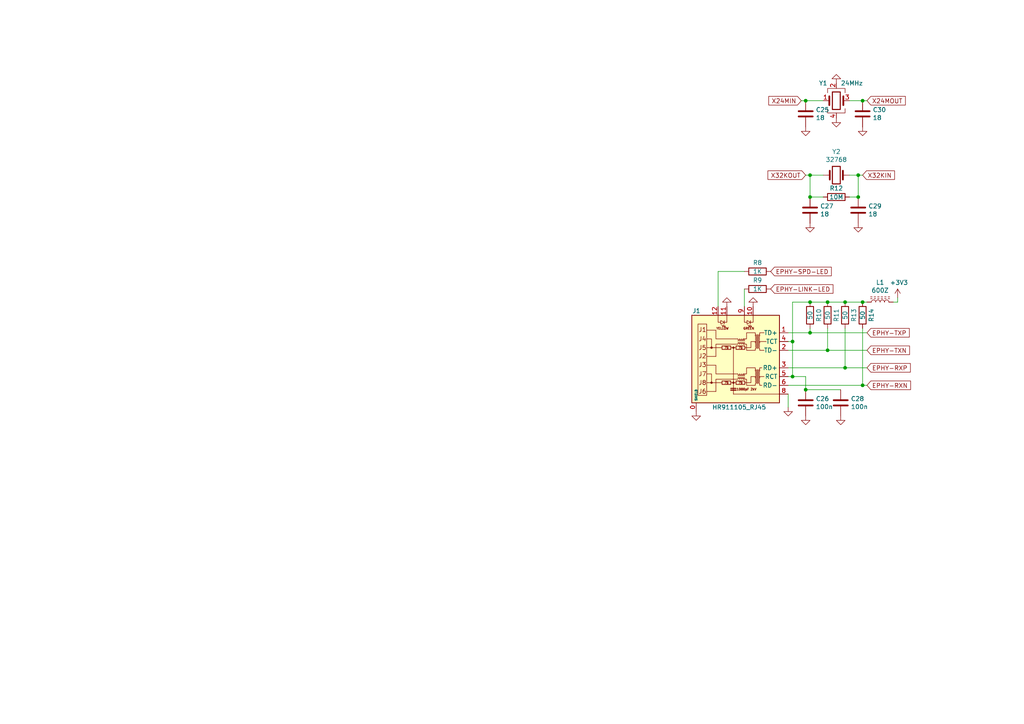
<source format=kicad_sch>
(kicad_sch (version 20231120) (generator "eeschema") (generator_version "8.0")
  (paper "A4")
  (lib_symbols
    (symbol "Device:C" (pin_numbers hide) (pin_names (offset 0.254))
      (property "Reference" "C" (at 0.635 2.54 0))
      (property "Value" "C" (at 0.635 -2.54 0))
      (symbol "C_0_1"
        (polyline (pts (xy -2.032 -0.762) (xy 2.032 -0.762)) (stroke (width 0.508)))
        (polyline (pts (xy -2.032 0.762) (xy 2.032 0.762)) (stroke (width 0.508)))
      )
      (symbol "C_1_1"
        (pin passive line (at 0 3.81 270) (length 2.794) (name "~") (number "1"))
        (pin passive line (at 0 -3.81 90) (length 2.794) (name "~") (number "2"))
      )
    )
    (symbol "Device:Crystal" (pin_numbers hide) (pin_names (offset 1.016) hide)
      (property "Reference" "Y" (at 0 3.81 0))
      (property "Value" "Crystal" (at 0 -3.81 0))
      (symbol "Crystal_0_1"
        (rectangle (start -1.143 2.54) (end 1.143 -2.54) (stroke (width 0.3048)))
        (polyline (pts (xy -2.54 0) (xy -1.905 0)))
        (polyline (pts (xy -1.905 -1.27) (xy -1.905 1.27)) (stroke (width 0.508)))
        (polyline (pts (xy 1.905 -1.27) (xy 1.905 1.27)) (stroke (width 0.508)))
        (polyline (pts (xy 2.54 0) (xy 1.905 0)))
      )
      (symbol "Crystal_1_1"
        (pin passive line (at -3.81 0 0) (length 1.27) (name "1") (number "1"))
        (pin passive line (at 3.81 0 180) (length 1.27) (name "2") (number "2"))
      )
    )
    (symbol "Device:Crystal_GND24" (pin_names (offset 1.016) hide)
      (property "Reference" "Y" (at 3.175 5.08 0))
      (property "Value" "Crystal_GND24" (at 3.175 3.175 0))
      (symbol "Crystal_GND24_0_1"
        (rectangle (start -1.143 2.54) (end 1.143 -2.54) (stroke (width 0.3048)))
        (polyline (pts (xy -2.54 0) (xy -2.032 0)))
        (polyline (pts (xy -2.032 -1.27) (xy -2.032 1.27)) (stroke (width 0.508)))
        (polyline (pts (xy 0 -3.81) (xy 0 -3.556)))
        (polyline (pts (xy 0 3.556) (xy 0 3.81)))
        (polyline (pts (xy 2.032 -1.27) (xy 2.032 1.27)) (stroke (width 0.508)))
        (polyline (pts (xy 2.032 0) (xy 2.54 0)))
        (polyline (pts (xy -2.54 -2.286) (xy -2.54 -3.556) (xy 2.54 -3.556) (xy 2.54 -2.286)))
        (polyline (pts (xy -2.54 2.286) (xy -2.54 3.556) (xy 2.54 3.556) (xy 2.54 2.286)))
      )
      (symbol "Crystal_GND24_1_1"
        (pin passive line (at -3.81 0 0) (length 1.27) (name "1") (number "1"))
        (pin passive line (at 0 5.08 270) (length 1.27) (name "2") (number "2"))
        (pin passive line (at 3.81 0 180) (length 1.27) (name "3") (number "3"))
        (pin passive line (at 0 -5.08 90) (length 1.27) (name "4") (number "4"))
      )
    )
    (symbol "Device:R" (pin_numbers hide) (pin_names (offset 0))
      (property "Reference" "R" (at 2.032 0 90))
      (property "Value" "R" (at 0 0 90))
      (symbol "R_0_1"
        (rectangle (start -1.016 -2.54) (end 1.016 2.54) (stroke (width 0.254)))
      )
      (symbol "R_1_1"
        (pin passive line (at 0 3.81 270) (length 1.27) (name "~") (number "1"))
        (pin passive line (at 0 -3.81 90) (length 1.27) (name "~") (number "2"))
      )
    )
    (symbol "balmer_allwinner_v3s_v2-rescue:+3V3-power" (power) (pin_names (offset 0))
      (property "Value" "power_+3V3" (at 0 3.556 0))
      (symbol "+3V3-power_0_1"
        (polyline (pts (xy -0.762 1.27) (xy 0 2.54)))
        (polyline (pts (xy 0 0) (xy 0 2.54)))
        (polyline (pts (xy 0 2.54) (xy 0.762 1.27)))
      )
      (symbol "+3V3-power_1_1"
        (pin power_in line (at 0 0 90) (length 0) hide (name "+3V3") (number "1"))
      )
    )
    (symbol "balmer_allwinner_v3s_v2-rescue:GND-power" (power) (pin_names (offset 0))
      (property "Value" "power_GND" (at 0 -3.81 0))
      (symbol "GND-power_0_1"
        (polyline (pts (xy 0 0) (xy 0 -1.27) (xy 1.27 -1.27) (xy 0 -2.54) (xy -1.27 -1.27) (xy 0 -1.27)))
      )
      (symbol "GND-power_1_1"
        (pin power_in line (at 0 0 270) (length 0) hide (name "GND") (number "1"))
      )
    )
    (symbol "balmer_allwinner_v3s_v2-rescue:HR911105_RJ45-hr911105_rj45"
      (property "Reference" "J" (at 12.7 13.97 0))
      (property "Value" "hr911105_rj45_HR911105_RJ45" (at -1.27 -13.97 0))
      (symbol "HR911105_RJ45-hr911105_rj45_0_0"
        (rectangle (start -12.7 12.7) (end 12.7 -12.7) (stroke (width 0.254)) (fill (type background)))
        (polyline (pts (xy -3.937 -6.858) (xy -8.255 -6.858)))
        (polyline (pts (xy -3.937 3.302) (xy -8.255 3.302)))
        (polyline (pts (xy -0.635 -10.16) (xy 12.7 -10.16)))
        (polyline (pts (xy 8.255 -5.08) (xy 6.985 -5.08)))
        (polyline (pts (xy 8.89 5.08) (xy 6.985 5.08)))
        (polyline (pts (xy 0.635 -4.318) (xy -5.715 -4.318) (xy -5.715 -1.778) (xy -8.255 -1.778)))
        (polyline (pts (xy 0.635 5.842) (xy -5.715 5.842) (xy -5.715 8.382) (xy -8.255 8.382)))
        (polyline (pts (xy 2.667 -6.858) (xy 4.445 -6.858) (xy 4.445 -5.08) (xy 5.715 -5.08)))
        (polyline (pts (xy 2.667 3.302) (xy 4.445 3.302) (xy 4.445 5.08) (xy 5.715 5.08)))
        (text "1000pF 2kV" (at 3.175 -8.763 0) (effects (font (size 0.635 0.635))))
        (text "75" (at -2.667 -6.858 0) (effects (font (size 0.635 0.635))))
        (text "75" (at -2.667 3.302 0) (effects (font (size 0.635 0.635))))
        (text "75" (at 1.397 -6.858 0) (effects (font (size 0.635 0.635))))
        (text "75" (at 1.397 3.302 0) (effects (font (size 0.635 0.635))))
        (text "GREEN" (at 3.81 8.89 0) (effects (font (size 0.635 0.635))))
        (text "J1" (at -10.795 8.509 0) (effects (font (size 1.27 1.27)) (justify left)))
        (text "J2" (at -10.795 0.889 0) (effects (font (size 1.27 1.27)) (justify left)))
        (text "J3" (at -10.795 -1.651 0) (effects (font (size 1.27 1.27)) (justify left)))
        (text "J4" (at -10.795 5.842 0) (effects (font (size 1.27 1.27)) (justify left)))
        (text "J5" (at -10.795 3.302 0) (effects (font (size 1.27 1.27)) (justify left)))
        (text "J6" (at -10.795 -9.398 0) (effects (font (size 1.27 1.27)) (justify left)))
        (text "J7" (at -10.795 -4.318 0) (effects (font (size 1.27 1.27)) (justify left)))
        (text "J8" (at -10.795 -6.858 0) (effects (font (size 1.27 1.27)) (justify left)))
        (text "YELLOW" (at -3.81 8.89 0) (effects (font (size 0.635 0.635))))
      )
      (symbol "HR911105_RJ45-hr911105_rj45_0_1"
        (rectangle (start -8.382 -10.541) (end -10.922 10.16))
        (circle (center -6.985 -6.858) (radius 0.254) (fill (type outline)))
        (circle (center -6.985 3.302) (radius 0.254) (fill (type outline)))
        (rectangle (start -3.937 -7.366) (end -1.397 -6.35) (stroke (width 0.2032)))
        (rectangle (start -3.937 2.794) (end -1.397 3.81) (stroke (width 0.2032)))
        (circle (center -0.635 -6.858) (radius 0.254) (fill (type outline)))
        (circle (center -0.635 3.302) (radius 0.254) (fill (type outline)))
        (polyline (pts (xy -5.715 -9.398) (xy -8.255 -9.398)))
        (polyline (pts (xy -5.715 0.762) (xy -8.255 0.762)))
        (polyline (pts (xy -3.556 9.398) (xy -4.064 9.906)))
        (polyline (pts (xy -3.302 11.176) (xy -3.302 10.16)))
        (polyline (pts (xy -3.048 9.398) (xy -3.556 9.906)))
        (polyline (pts (xy -1.397 -9.017) (xy 0.127 -9.017)) (stroke (width 0.3302)))
        (polyline (pts (xy -1.397 -8.509) (xy 0.127 -8.509)) (stroke (width 0.3048)))
        (polyline (pts (xy -0.635 3.302) (xy -1.397 3.302)))
        (polyline (pts (xy 0.127 -6.858) (xy -1.397 -6.858)))
        (polyline (pts (xy 0.635 -5.334) (xy 2.667 -5.334)))
        (polyline (pts (xy 0.635 4.826) (xy 2.667 4.826)))
        (polyline (pts (xy 2.667 -4.826) (xy 0.635 -4.826)))
        (polyline (pts (xy 2.667 5.334) (xy 0.635 5.334)))
        (polyline (pts (xy 4.064 9.398) (xy 3.556 9.906)))
        (polyline (pts (xy 4.318 11.176) (xy 4.318 10.16)))
        (polyline (pts (xy 4.572 9.398) (xy 4.064 9.906)))
        (polyline (pts (xy 6.223 -3.048) (xy 6.223 -7.112)))
        (polyline (pts (xy 6.223 7.112) (xy 6.223 3.048)))
        (polyline (pts (xy 6.477 -7.112) (xy 6.477 -3.048)))
        (polyline (pts (xy 6.477 3.048) (xy 6.477 7.112)))
        (polyline (pts (xy -6.985 -6.858) (xy -6.985 -4.318) (xy -8.255 -4.318)))
        (polyline (pts (xy -6.985 3.302) (xy -6.985 5.842) (xy -8.255 5.842)))
        (polyline (pts (xy -5.08 12.7) (xy -5.08 10.668) (xy -4.318 10.668)))
        (polyline (pts (xy -3.556 9.652) (xy -3.556 9.398) (xy -3.81 9.398)))
        (polyline (pts (xy -3.048 9.652) (xy -3.048 9.398) (xy -3.302 9.398)))
        (polyline (pts (xy -2.54 12.7) (xy -2.54 10.668) (xy -3.302 10.668)))
        (polyline (pts (xy -0.635 -10.16) (xy -0.635 3.302) (xy 0 3.302)))
        (polyline (pts (xy 0.635 -5.842) (xy -5.715 -5.842) (xy -5.715 -9.398)))
        (polyline (pts (xy 0.635 4.318) (xy -5.715 4.318) (xy -5.715 0.762)))
        (polyline (pts (xy 2.54 12.7) (xy 2.54 10.668) (xy 3.302 10.668)))
        (polyline (pts (xy 4.064 9.652) (xy 4.064 9.398) (xy 3.81 9.398)))
        (polyline (pts (xy 4.572 9.652) (xy 4.572 9.398) (xy 4.318 9.398)))
        (polyline (pts (xy 5.08 12.7) (xy 5.08 10.668) (xy 4.318 10.668)))
        (polyline (pts (xy 6.985 -7.112) (xy 6.985 -7.62) (xy 7.62 -7.62)))
        (polyline (pts (xy 6.985 -3.048) (xy 6.985 -2.54) (xy 7.62 -2.54)))
        (polyline (pts (xy 6.985 3.048) (xy 6.985 2.54) (xy 8.255 2.54)))
        (polyline (pts (xy 6.985 7.112) (xy 6.985 7.62) (xy 8.255 7.62)))
        (polyline (pts (xy -3.302 10.668) (xy -4.318 11.176) (xy -4.318 10.16) (xy -3.302 10.668)))
        (polyline (pts (xy 4.318 10.668) (xy 3.302 11.176) (xy 3.302 10.16) (xy 4.318 10.668)))
        (polyline (pts (xy 2.667 -4.318) (xy 3.175 -4.318) (xy 3.175 -2.54) (xy 5.715 -2.54) (xy 5.715 -3.048)))
        (polyline (pts (xy 2.667 5.842) (xy 3.175 5.842) (xy 3.175 7.62) (xy 5.715 7.62) (xy 5.715 7.112)))
        (polyline (pts (xy 5.715 -7.112) (xy 5.715 -7.62) (xy 3.175 -7.62) (xy 3.175 -5.842) (xy 2.667 -5.842)))
        (polyline (pts (xy 5.715 3.048) (xy 5.715 2.54) (xy 3.175 2.54) (xy 3.175 4.318) (xy 2.667 4.318)))
        (rectangle (start 0.127 -7.366) (end 2.667 -6.35) (stroke (width 0.2032)))
        (rectangle (start 0.127 2.794) (end 2.667 3.81) (stroke (width 0.2032)))
        (arc (start 0.635 -4.318) (mid 0.889 -4.572) (end 1.143 -4.318))
        (arc (start 0.635 5.842) (mid 0.889 5.588) (end 1.143 5.842))
        (arc (start 1.143 -5.842) (mid 0.889 -5.588) (end 0.635 -5.842))
        (arc (start 1.143 -4.318) (mid 1.397 -4.572) (end 1.651 -4.318))
        (arc (start 1.143 4.318) (mid 0.889 4.572) (end 0.635 4.318))
        (arc (start 1.143 5.842) (mid 1.397 5.588) (end 1.651 5.842))
        (arc (start 1.651 -5.842) (mid 1.397 -5.588) (end 1.143 -5.842))
        (arc (start 1.651 -4.318) (mid 1.905 -4.572) (end 2.159 -4.318))
        (arc (start 1.651 4.318) (mid 1.397 4.572) (end 1.143 4.318))
        (arc (start 1.651 5.842) (mid 1.905 5.588) (end 2.159 5.842))
        (arc (start 2.159 -5.842) (mid 1.905 -5.588) (end 1.651 -5.842))
        (arc (start 2.159 -4.318) (mid 2.413 -4.572) (end 2.667 -4.318))
        (arc (start 2.159 4.318) (mid 1.905 4.572) (end 1.651 4.318))
        (arc (start 2.159 5.842) (mid 2.413 5.588) (end 2.667 5.842))
        (circle (center 2.413 -5.8674) (radius 0.0762) (stroke (width 0.0254)) (fill (type outline)))
        (circle (center 2.413 -4.2926) (radius 0.0762) (stroke (width 0.0254)) (fill (type outline)))
        (circle (center 2.413 4.2926) (radius 0.0762) (stroke (width 0.0254)) (fill (type outline)))
        (circle (center 2.413 5.8674) (radius 0.0762) (stroke (width 0.0254)) (fill (type outline)))
        (arc (start 2.667 -5.842) (mid 2.413 -5.588) (end 2.159 -5.842))
        (arc (start 2.667 4.318) (mid 2.413 4.572) (end 2.159 4.318))
        (circle (center 5.6896 -5.334) (radius 0.0762) (stroke (width 0.0254)) (fill (type outline)))
        (circle (center 5.6896 -3.302) (radius 0.0762) (stroke (width 0.0254)) (fill (type outline)))
        (circle (center 5.6896 4.826) (radius 0.0762) (stroke (width 0.0254)) (fill (type outline)))
        (circle (center 5.6896 6.858) (radius 0.0762) (stroke (width 0.0254)) (fill (type outline)))
        (arc (start 5.715 -7.112) (mid 5.969 -6.858) (end 5.715 -6.604))
        (arc (start 5.715 -6.604) (mid 5.969 -6.35) (end 5.715 -6.096))
        (arc (start 5.715 -6.096) (mid 5.969 -5.842) (end 5.715 -5.588))
        (arc (start 5.715 -5.588) (mid 5.969 -5.334) (end 5.715 -5.08))
        (arc (start 5.715 -5.08) (mid 5.969 -4.826) (end 5.715 -4.572))
        (arc (start 5.715 -4.572) (mid 5.969 -4.318) (end 5.715 -4.064))
        (arc (start 5.715 -4.064) (mid 5.969 -3.81) (end 5.715 -3.556))
        (arc (start 5.715 -3.556) (mid 5.969 -3.302) (end 5.715 -3.048))
        (arc (start 5.715 3.048) (mid 5.969 3.302) (end 5.715 3.556))
        (arc (start 5.715 3.556) (mid 5.969 3.81) (end 5.715 4.064))
        (arc (start 5.715 4.064) (mid 5.969 4.318) (end 5.715 4.572))
        (arc (start 5.715 4.572) (mid 5.969 4.826) (end 5.715 5.08))
        (arc (start 5.715 5.08) (mid 5.969 5.334) (end 5.715 5.588))
        (arc (start 5.715 5.588) (mid 5.969 5.842) (end 5.715 6.096))
        (arc (start 5.715 6.096) (mid 5.969 6.35) (end 5.715 6.604))
        (arc (start 5.715 6.604) (mid 5.969 6.858) (end 5.715 7.112))
        (arc (start 6.985 -6.604) (mid 6.731 -6.858) (end 6.985 -7.112))
        (arc (start 6.985 -6.096) (mid 6.731 -6.35) (end 6.985 -6.604))
        (arc (start 6.985 -5.588) (mid 6.731 -5.842) (end 6.985 -6.096))
        (arc (start 6.985 -5.08) (mid 6.731 -5.334) (end 6.985 -5.588))
        (arc (start 6.985 -4.572) (mid 6.731 -4.826) (end 6.985 -5.08))
        (arc (start 6.985 -4.064) (mid 6.731 -4.318) (end 6.985 -4.572))
        (arc (start 6.985 -3.556) (mid 6.731 -3.81) (end 6.985 -4.064))
        (arc (start 6.985 -3.048) (mid 6.731 -3.302) (end 6.985 -3.556))
        (arc (start 6.985 3.556) (mid 6.731 3.302) (end 6.985 3.048))
        (arc (start 6.985 4.064) (mid 6.731 3.81) (end 6.985 3.556))
        (arc (start 6.985 4.572) (mid 6.731 4.318) (end 6.985 4.064))
        (arc (start 6.985 5.08) (mid 6.731 4.826) (end 6.985 4.572))
        (arc (start 6.985 5.588) (mid 6.731 5.334) (end 6.985 5.08))
        (arc (start 6.985 6.096) (mid 6.731 5.842) (end 6.985 5.588))
        (arc (start 6.985 6.604) (mid 6.731 6.35) (end 6.985 6.096))
        (arc (start 6.985 7.112) (mid 6.731 6.858) (end 6.985 6.604))
        (circle (center 7.0104 -5.334) (radius 0.0762) (stroke (width 0.0254)) (fill (type outline)))
        (circle (center 7.0104 -3.302) (radius 0.0762) (stroke (width 0.0254)) (fill (type outline)))
        (circle (center 7.0104 4.826) (radius 0.0762) (stroke (width 0.0254)) (fill (type outline)))
        (circle (center 7.0104 6.858) (radius 0.0762) (stroke (width 0.0254)) (fill (type outline)))
      )
      (symbol "HR911105_RJ45-hr911105_rj45_1_1"
        (pin passive line (at -11.43 -15.24 90) (length 2.54) (name "SHIELD") (number "0"))
        (pin passive line (at 15.24 7.62 180) (length 2.54) (name "TD+") (number "1"))
        (pin passive line (at 5.08 15.24 270) (length 2.54) (name "~") (number "10"))
        (pin passive line (at -2.54 15.24 270) (length 2.54) (name "~") (number "11"))
        (pin passive line (at -5.08 15.24 270) (length 2.54) (name "~") (number "12"))
        (pin passive line (at 15.24 2.54 180) (length 2.54) (name "TD-") (number "2"))
        (pin passive line (at 15.24 -2.54 180) (length 2.54) (name "RD+") (number "3"))
        (pin passive line (at 15.24 5.08 180) (length 2.54) (name "TCT") (number "4"))
        (pin passive line (at 15.24 -5.08 180) (length 2.54) (name "RCT") (number "5"))
        (pin passive line (at 15.24 -7.62 180) (length 2.54) (name "RD-") (number "6"))
        (pin passive line (at 15.24 -10.16 180) (length 2.54) (name "~") (number "8"))
        (pin passive line (at 2.54 15.24 270) (length 2.54) (name "~") (number "9"))
      )
    )
    (symbol "balmer_allwinner_v3s_v2-rescue:L_Core_Ferrite-Device" (pin_numbers hide) (pin_names (offset 1.016) hide)
      (property "Reference" "L" (at -1.27 0 90))
      (property "Value" "Device_L_Core_Ferrite" (at 2.794 0 90))
      (symbol "L_Core_Ferrite-Device_0_1"
        (arc (start 0 -2.54) (mid 0.635 -1.905) (end 0 -1.27))
        (arc (start 0 -1.27) (mid 0.635 -0.635) (end 0 0))
        (polyline (pts (xy 1.016 -2.794) (xy 1.016 -2.286)))
        (polyline (pts (xy 1.016 -1.778) (xy 1.016 -1.27)))
        (polyline (pts (xy 1.016 -0.762) (xy 1.016 -0.254)))
        (polyline (pts (xy 1.016 0.254) (xy 1.016 0.762)))
        (polyline (pts (xy 1.016 1.27) (xy 1.016 1.778)))
        (polyline (pts (xy 1.016 2.286) (xy 1.016 2.794)))
        (polyline (pts (xy 1.524 -2.286) (xy 1.524 -2.794)))
        (polyline (pts (xy 1.524 -1.27) (xy 1.524 -1.778)))
        (polyline (pts (xy 1.524 -0.254) (xy 1.524 -0.762)))
        (polyline (pts (xy 1.524 0.762) (xy 1.524 0.254)))
        (polyline (pts (xy 1.524 1.778) (xy 1.524 1.27)))
        (polyline (pts (xy 1.524 2.794) (xy 1.524 2.286)))
        (arc (start 0 0) (mid 0.635 0.635) (end 0 1.27))
        (arc (start 0 1.27) (mid 0.635 1.905) (end 0 2.54))
      )
      (symbol "L_Core_Ferrite-Device_1_1"
        (pin passive line (at 0 3.81 270) (length 1.27) (name "1") (number "1"))
        (pin passive line (at 0 -3.81 90) (length 1.27) (name "2") (number "2"))
      )
    )
  )
  (junction (at 250.19 29.21))
  (junction (at 245.11 87.63))
  (junction (at 234.95 96.52))
  (junction (at 233.68 113.03))
  (junction (at 233.68 29.21))
  (junction (at 245.11 106.68))
  (junction (at 248.92 50.8))
  (junction (at 234.95 50.8))
  (junction (at 234.95 57.15))
  (junction (at 240.03 87.63))
  (junction (at 229.87 109.22))
  (junction (at 250.19 111.76))
  (junction (at 229.87 99.06))
  (junction (at 240.03 101.6))
  (junction (at 234.95 87.63))
  (junction (at 248.92 57.15))
  (junction (at 250.19 87.63))
  (wire (pts (xy 245.11 87.63) (xy 250.19 87.63)))
  (wire (pts (xy 233.68 109.22) (xy 229.87 109.22)))
  (wire (pts (xy 228.6 106.68) (xy 245.11 106.68)))
  (wire (pts (xy 208.28 78.74) (xy 215.9 78.74)))
  (wire (pts (xy 248.92 50.8) (xy 248.92 57.15)))
  (wire (pts (xy 250.19 29.21) (xy 251.46 29.21)))
  (wire (pts (xy 246.38 50.8) (xy 248.92 50.8)))
  (wire (pts (xy 234.95 95.25) (xy 234.95 96.52)))
  (wire (pts (xy 260.35 87.63) (xy 260.35 86.36)))
  (wire (pts (xy 240.03 95.25) (xy 240.03 101.6)))
  (wire (pts (xy 234.95 87.63) (xy 240.03 87.63)))
  (wire (pts (xy 233.68 50.8) (xy 234.95 50.8)))
  (wire (pts (xy 229.87 99.06) (xy 229.87 87.63)))
  (wire (pts (xy 228.6 111.76) (xy 250.19 111.76)))
  (wire (pts (xy 233.68 29.21) (xy 232.41 29.21)))
  (wire (pts (xy 234.95 96.52) (xy 251.46 96.52)))
  (wire (pts (xy 250.19 111.76) (xy 251.46 111.76)))
  (wire (pts (xy 238.76 29.21) (xy 233.68 29.21)))
  (wire (pts (xy 208.28 88.9) (xy 208.28 78.74)))
  (wire (pts (xy 233.68 113.03) (xy 233.68 109.22)))
  (wire (pts (xy 215.9 88.9) (xy 215.9 83.82)))
  (wire (pts (xy 238.76 50.8) (xy 234.95 50.8)))
  (wire (pts (xy 251.46 87.63) (xy 250.19 87.63)))
  (wire (pts (xy 234.95 50.8) (xy 234.95 57.15)))
  (wire (pts (xy 250.19 50.8) (xy 248.92 50.8)))
  (wire (pts (xy 228.6 99.06) (xy 229.87 99.06)))
  (wire (pts (xy 229.87 87.63) (xy 234.95 87.63)))
  (wire (pts (xy 240.03 87.63) (xy 245.11 87.63)))
  (wire (pts (xy 250.19 95.25) (xy 250.19 111.76)))
  (wire (pts (xy 240.03 101.6) (xy 251.46 101.6)))
  (wire (pts (xy 228.6 101.6) (xy 240.03 101.6)))
  (wire (pts (xy 228.6 96.52) (xy 234.95 96.52)))
  (wire (pts (xy 243.84 113.03) (xy 233.68 113.03)))
  (wire (pts (xy 246.38 57.15) (xy 248.92 57.15)))
  (wire (pts (xy 246.38 29.21) (xy 250.19 29.21)))
  (wire (pts (xy 228.6 114.3) (xy 228.6 118.11)))
  (wire (pts (xy 259.08 87.63) (xy 260.35 87.63)))
  (wire (pts (xy 238.76 57.15) (xy 234.95 57.15)))
  (wire (pts (xy 245.11 95.25) (xy 245.11 106.68)))
  (wire (pts (xy 228.6 109.22) (xy 229.87 109.22)))
  (wire (pts (xy 245.11 106.68) (xy 251.46 106.68)))
  (wire (pts (xy 229.87 109.22) (xy 229.87 99.06)))
  (global_label "EPHY-TXP" (shape input) (at 251.46 96.52 0) (property "Intersheetrefs" "${INTERSHEET_REFS}" (effects (hide yes))))
  (global_label "X32KOUT" (shape input) (at 233.68 50.8 180) (property "Intersheetrefs" "${INTERSHEET_REFS}" (effects (hide yes))))
  (global_label "X24MOUT" (shape input) (at 251.46 29.21 0) (property "Intersheetrefs" "${INTERSHEET_REFS}" (effects (hide yes))))
  (global_label "EPHY-RXN" (shape input) (at 251.46 111.76 0) (property "Intersheetrefs" "${INTERSHEET_REFS}" (effects (hide yes))))
  (global_label "EPHY-TXN" (shape input) (at 251.46 101.6 0) (property "Intersheetrefs" "${INTERSHEET_REFS}" (effects (hide yes))))
  (global_label "X32KIN" (shape input) (at 250.19 50.8 0) (property "Intersheetrefs" "${INTERSHEET_REFS}" (effects (hide yes))))
  (global_label "EPHY-SPD-LED" (shape input) (at 223.52 78.74 0) (property "Intersheetrefs" "${INTERSHEET_REFS}" (effects (hide yes))))
  (global_label "EPHY-RXP" (shape input) (at 251.46 106.68 0) (property "Intersheetrefs" "${INTERSHEET_REFS}" (effects (hide yes))))
  (global_label "X24MIN" (shape input) (at 232.41 29.21 180) (property "Intersheetrefs" "${INTERSHEET_REFS}" (effects (hide yes))))
  (global_label "EPHY-LINK-LED" (shape input) (at 223.52 83.82 0) (property "Intersheetrefs" "${INTERSHEET_REFS}" (effects (hide yes))))
  (symbol (lib_id "balmer_allwinner_v3s_v2-rescue:GND-power") (at 228.6 118.11 0) (unit 1)
    (property "Reference" "#PWR053" (effects (hide yes)))
    (property "Value" "GND" (effects (hide yes)))
  )
  (symbol (lib_id "Device:R") (at 245.11 91.44 180) (unit 1)
    (property "Reference" "R13" (at 247.65 91.44 90))
    (property "Value" "50" (at 245.11 91.44 90))
    (property "Footprint" "Resistor_SMD:R_0603_1608Metric" (effects (hide yes)))
  )
  (symbol (lib_id "Device:C") (at 250.19 33.02 0) (unit 1)
    (property "Reference" "C30" (at 253.111 31.8516 0) (effects (justify left)))
    (property "Value" "18" (at 253.111 34.163 0) (effects (justify left)))
    (property "Footprint" "Capacitor_SMD:C_0603_1608Metric" (effects (hide yes)))
  )
  (symbol (lib_id "Device:C") (at 243.84 116.84 0) (unit 1)
    (property "Reference" "C28" (at 246.761 115.6716 0) (effects (justify left)))
    (property "Value" "100n" (at 246.761 117.983 0) (effects (justify left)))
    (property "Footprint" "Capacitor_SMD:C_0603_1608Metric" (effects (hide yes)))
  )
  (symbol (lib_id "balmer_allwinner_v3s_v2-rescue:GND-power") (at 248.92 64.77 0) (unit 1)
    (property "Reference" "#PWR060" (effects (hide yes)))
    (property "Value" "GND" (effects (hide yes)))
  )
  (symbol (lib_id "Device:Crystal") (at 242.57 50.8 0) (unit 1)
    (property "Reference" "Y2" (at 242.57 43.9928 0))
    (property "Value" "32768" (at 242.57 46.3042 0))
    (property "Footprint" "Crystal:Crystal_C26-LF_D2.1mm_L6.5mm_Horizontal" (effects (hide yes)))
  )
  (symbol (lib_id "Device:R") (at 219.71 83.82 270) (unit 1)
    (property "Reference" "R9" (at 219.71 81.28 90))
    (property "Value" "1K" (at 219.71 83.82 90))
    (property "Footprint" "Resistor_SMD:R_0603_1608Metric" (effects (hide yes)))
  )
  (symbol (lib_id "balmer_allwinner_v3s_v2-rescue:GND-power") (at 242.57 24.13 180) (unit 1)
    (property "Reference" "#PWR057" (effects (hide yes)))
    (property "Value" "GND" (effects (hide yes)))
  )
  (symbol (lib_id "Device:C") (at 233.68 33.02 0) (unit 1)
    (property "Reference" "C25" (at 236.601 31.8516 0) (effects (justify left)))
    (property "Value" "18" (at 236.601 34.163 0) (effects (justify left)))
    (property "Footprint" "Capacitor_SMD:C_0603_1608Metric" (effects (hide yes)))
  )
  (symbol (lib_id "balmer_allwinner_v3s_v2-rescue:HR911105_RJ45-hr911105_rj45") (at 213.36 104.14 0) (unit 1)
    (property "Reference" "J1" (at 203.2 90.17 0) (effects (justify right)))
    (property "Value" "HR911105_RJ45" (at 222.25 118.11 0) (effects (justify right)))
    (property "Footprint" "Connector_RJ:RJ45_Hanrun_HR911105A_Horizontal" (effects (hide yes)))
    (property "Datasheet" "HR911105_RJ45" (effects (hide yes)))
  )
  (symbol (lib_id "Device:R") (at 240.03 91.44 180) (unit 1)
    (property "Reference" "R11" (at 242.57 91.44 90))
    (property "Value" "50" (at 240.03 91.44 90))
    (property "Footprint" "Resistor_SMD:R_0603_1608Metric" (effects (hide yes)))
  )
  (symbol (lib_id "Device:R") (at 250.19 91.44 180) (unit 1)
    (property "Reference" "R14" (at 252.73 91.44 90))
    (property "Value" "50" (at 250.19 91.44 90))
    (property "Footprint" "Resistor_SMD:R_0603_1608Metric" (effects (hide yes)))
  )
  (symbol (lib_id "balmer_allwinner_v3s_v2-rescue:GND-power") (at 218.44 88.9 180) (unit 1)
    (property "Reference" "#PWR052" (effects (hide yes)))
    (property "Value" "GND" (effects (hide yes)))
  )
  (symbol (lib_id "balmer_allwinner_v3s_v2-rescue:+3V3-power") (at 260.35 86.36 0) (unit 1)
    (property "Reference" "#PWR062" (effects (hide yes)))
    (property "Value" "+3V3" (at 260.731 81.9658 0))
  )
  (symbol (lib_id "balmer_allwinner_v3s_v2-rescue:GND-power") (at 201.93 119.38 0) (unit 1)
    (property "Reference" "#PWR08" (effects (hide yes)))
    (property "Value" "GND" (effects (hide yes)))
  )
  (symbol (lib_id "balmer_allwinner_v3s_v2-rescue:GND-power") (at 250.19 36.83 0) (unit 1)
    (property "Reference" "#PWR061" (effects (hide yes)))
    (property "Value" "GND" (effects (hide yes)))
  )
  (symbol (lib_id "Device:C") (at 248.92 60.96 0) (unit 1)
    (property "Reference" "C29" (at 251.841 59.7916 0) (effects (justify left)))
    (property "Value" "18" (at 251.841 62.103 0) (effects (justify left)))
    (property "Footprint" "Capacitor_SMD:C_0603_1608Metric" (effects (hide yes)))
  )
  (symbol (lib_id "Device:C") (at 233.68 116.84 0) (unit 1)
    (property "Reference" "C26" (at 236.601 115.6716 0) (effects (justify left)))
    (property "Value" "100n" (at 236.601 117.983 0) (effects (justify left)))
    (property "Footprint" "Capacitor_SMD:C_0603_1608Metric" (effects (hide yes)))
  )
  (symbol (lib_id "balmer_allwinner_v3s_v2-rescue:GND-power") (at 233.68 120.65 0) (unit 1)
    (property "Reference" "#PWR055" (effects (hide yes)))
    (property "Value" "GND" (effects (hide yes)))
  )
  (symbol (lib_id "balmer_allwinner_v3s_v2-rescue:GND-power") (at 243.84 120.65 0) (unit 1)
    (property "Reference" "#PWR059" (effects (hide yes)))
    (property "Value" "GND" (effects (hide yes)))
  )
  (symbol (lib_id "balmer_allwinner_v3s_v2-rescue:GND-power") (at 233.68 36.83 0) (unit 1)
    (property "Reference" "#PWR054" (effects (hide yes)))
    (property "Value" "GND" (effects (hide yes)))
  )
  (symbol (lib_id "balmer_allwinner_v3s_v2-rescue:GND-power") (at 210.82 88.9 180) (unit 1)
    (property "Reference" "#PWR051" (effects (hide yes)))
    (property "Value" "GND" (effects (hide yes)))
  )
  (symbol (lib_id "balmer_allwinner_v3s_v2-rescue:GND-power") (at 234.95 64.77 0) (unit 1)
    (property "Reference" "#PWR056" (effects (hide yes)))
    (property "Value" "GND" (effects (hide yes)))
  )
  (symbol (lib_id "Device:C") (at 234.95 60.96 0) (unit 1)
    (property "Reference" "C27" (at 237.871 59.7916 0) (effects (justify left)))
    (property "Value" "18" (at 237.871 62.103 0) (effects (justify left)))
    (property "Footprint" "Capacitor_SMD:C_0603_1608Metric" (effects (hide yes)))
  )
  (symbol (lib_id "Device:R") (at 234.95 91.44 180) (unit 1)
    (property "Reference" "R10" (at 237.49 91.44 90))
    (property "Value" "50" (at 234.95 91.44 90))
    (property "Footprint" "Resistor_SMD:R_0603_1608Metric" (effects (hide yes)))
  )
  (symbol (lib_id "balmer_allwinner_v3s_v2-rescue:GND-power") (at 242.57 34.29 0) (unit 1)
    (property "Reference" "#PWR058" (effects (hide yes)))
    (property "Value" "GND" (effects (hide yes)))
  )
  (symbol (lib_id "Device:R") (at 242.57 57.15 270) (unit 1)
    (property "Reference" "R12" (at 242.57 54.61 90))
    (property "Value" "10M" (at 242.57 57.15 90))
    (property "Footprint" "Resistor_SMD:R_0805_2012Metric" (effects (hide yes)))
  )
  (symbol (lib_id "balmer_allwinner_v3s_v2-rescue:L_Core_Ferrite-Device") (at 255.27 87.63 90) (unit 1)
    (property "Reference" "L1" (at 255.27 81.915 90))
    (property "Value" "600Z" (at 255.27 84.2264 90))
    (property "Footprint" "Inductor_SMD:L_1206_3216Metric" (effects (hide yes)))
  )
  (symbol (lib_id "Device:Crystal_GND24") (at 242.57 29.21 0) (unit 1)
    (property "Reference" "Y1" (at 237.49 24.13 0) (effects (justify left)))
    (property "Value" "24MHz" (at 243.84 24.13 0) (effects (justify left)))
    (property "Footprint" "Crystal:Crystal_SMD_3225-4Pin_3.2x2.5mm" (effects (hide yes)))
  )
  (symbol (lib_id "Device:R") (at 219.71 78.74 270) (unit 1)
    (property "Reference" "R8" (at 219.71 76.2 90))
    (property "Value" "1K" (at 219.71 78.74 90))
    (property "Footprint" "Resistor_SMD:R_0603_1608Metric" (effects (hide yes)))
  )
)
</source>
